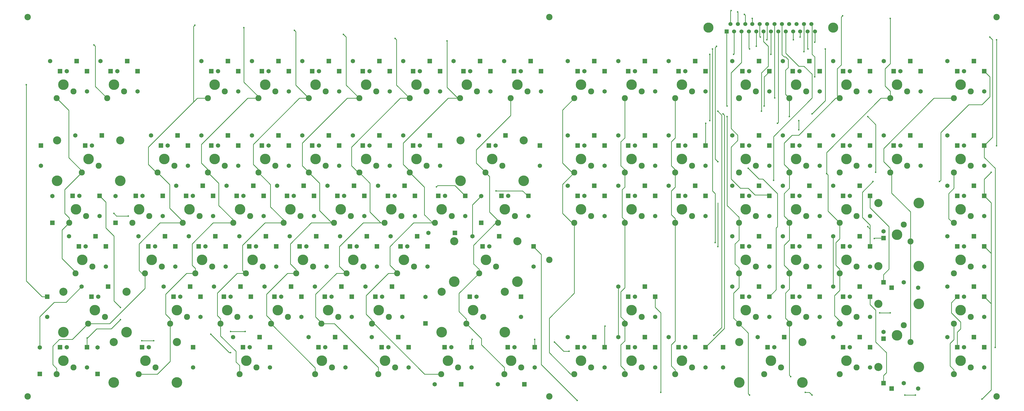
<source format=gtl>
G04 #@! TF.FileFunction,Copper,L1,Top,Signal*
%FSLAX46Y46*%
G04 Gerber Fmt 4.6, Leading zero omitted, Abs format (unit mm)*
G04 Created by KiCad (PCBNEW 4.0.7) date 12/14/17 04:12:44*
%MOMM*%
%LPD*%
G01*
G04 APERTURE LIST*
%ADD10C,0.100000*%
%ADD11C,2.286000*%
%ADD12C,3.987800*%
%ADD13C,1.651000*%
%ADD14R,1.651000X1.651000*%
%ADD15C,3.810000*%
%ADD16R,1.524000X1.524000*%
%ADD17C,1.524000*%
%ADD18C,4.000000*%
%ADD19C,3.050000*%
%ADD20C,2.400000*%
%ADD21C,0.600000*%
%ADD22C,0.250000*%
G04 APERTURE END LIST*
D10*
D11*
X309460000Y-138080000D03*
X315810000Y-135540000D03*
D12*
X312000000Y-133000000D03*
D13*
X320890000Y-135540000D03*
D14*
X320890000Y-127920000D03*
D13*
X313270000Y-127920000D03*
D14*
X310730000Y-127920000D03*
X317000000Y-124110000D03*
D13*
X307000000Y-124110000D03*
D15*
X306995000Y-7500000D03*
X260005000Y-7500000D03*
D16*
X266863000Y-8897000D03*
D17*
X269657000Y-8897000D03*
X272451000Y-8897000D03*
X275245000Y-8897000D03*
X278039000Y-8897000D03*
X280706000Y-8897000D03*
X283500000Y-8897000D03*
X286294000Y-8897000D03*
X289088000Y-8897000D03*
X291882000Y-8897000D03*
X294549000Y-8897000D03*
X297343000Y-8897000D03*
X300137000Y-8897000D03*
X268260000Y-6103000D03*
X271054000Y-6103000D03*
X273848000Y-6103000D03*
X276515000Y-6103000D03*
X279309000Y-6103000D03*
X282103000Y-6103000D03*
X284897000Y-6103000D03*
X287691000Y-6103000D03*
X290358000Y-6103000D03*
X293152000Y-6103000D03*
X295946000Y-6103000D03*
X298740000Y-6103000D03*
D11*
X71460000Y-34080000D03*
X77810000Y-31540000D03*
D12*
X74000000Y-29000000D03*
D13*
X82890000Y-31540000D03*
D14*
X82890000Y-23920000D03*
D13*
X75270000Y-23920000D03*
D14*
X72730000Y-23920000D03*
X79000000Y-20110000D03*
D13*
X69000000Y-20110000D03*
D11*
X90460000Y-34080000D03*
X96810000Y-31540000D03*
D12*
X93000000Y-29000000D03*
D13*
X101890000Y-31540000D03*
D14*
X101890000Y-23920000D03*
D13*
X94270000Y-23920000D03*
D14*
X91730000Y-23920000D03*
X98000000Y-20110000D03*
D13*
X88000000Y-20110000D03*
D11*
X109460000Y-34080000D03*
X115810000Y-31540000D03*
D12*
X112000000Y-29000000D03*
D13*
X120890000Y-31540000D03*
D14*
X120890000Y-23920000D03*
D13*
X113270000Y-23920000D03*
D14*
X110730000Y-23920000D03*
X117000000Y-20110000D03*
D13*
X107000000Y-20110000D03*
D11*
X128460000Y-34080000D03*
X134810000Y-31540000D03*
D12*
X131000000Y-29000000D03*
D13*
X139890000Y-31540000D03*
D14*
X139890000Y-23920000D03*
D13*
X132270000Y-23920000D03*
D14*
X129730000Y-23920000D03*
X136000000Y-20110000D03*
D13*
X126000000Y-20110000D03*
D11*
X147460000Y-34080000D03*
X153810000Y-31540000D03*
D12*
X150000000Y-29000000D03*
D13*
X158890000Y-31540000D03*
D14*
X158890000Y-23920000D03*
D13*
X151270000Y-23920000D03*
D14*
X148730000Y-23920000D03*
X155000000Y-20110000D03*
D13*
X145000000Y-20110000D03*
D11*
X166460000Y-34080000D03*
X172810000Y-31540000D03*
D12*
X169000000Y-29000000D03*
D13*
X177890000Y-31540000D03*
D14*
X177890000Y-23920000D03*
D13*
X170270000Y-23920000D03*
D14*
X167730000Y-23920000D03*
X174000000Y-20110000D03*
D13*
X164000000Y-20110000D03*
D11*
X185460000Y-34080000D03*
X191810000Y-31540000D03*
D12*
X188000000Y-29000000D03*
D13*
X196890000Y-31540000D03*
D14*
X196890000Y-23920000D03*
D13*
X189270000Y-23920000D03*
D14*
X186730000Y-23920000D03*
X193000000Y-20110000D03*
D13*
X183000000Y-20110000D03*
D11*
X109460000Y-62080000D03*
X115810000Y-59540000D03*
D12*
X112000000Y-57000000D03*
D13*
X120890000Y-59540000D03*
D14*
X120890000Y-51920000D03*
D13*
X113270000Y-51920000D03*
D14*
X110730000Y-51920000D03*
X117000000Y-48110000D03*
D13*
X107000000Y-48110000D03*
D11*
X52460000Y-62080000D03*
X58810000Y-59540000D03*
D12*
X55000000Y-57000000D03*
D13*
X63890000Y-59540000D03*
D14*
X63890000Y-51920000D03*
D13*
X56270000Y-51920000D03*
D14*
X53730000Y-51920000D03*
X60000000Y-48110000D03*
D13*
X50000000Y-48110000D03*
D11*
X71460000Y-62080000D03*
X77810000Y-59540000D03*
D12*
X74000000Y-57000000D03*
D13*
X82890000Y-59540000D03*
D14*
X82890000Y-51920000D03*
D13*
X75270000Y-51920000D03*
D14*
X72730000Y-51920000D03*
X79000000Y-48110000D03*
D13*
X69000000Y-48110000D03*
D11*
X90460000Y-62080000D03*
X96810000Y-59540000D03*
D12*
X93000000Y-57000000D03*
D13*
X101890000Y-59540000D03*
D14*
X101890000Y-51920000D03*
D13*
X94270000Y-51920000D03*
D14*
X91730000Y-51920000D03*
X98000000Y-48110000D03*
D13*
X88000000Y-48110000D03*
D11*
X175960000Y-62080000D03*
X182310000Y-59540000D03*
D12*
X178500000Y-57000000D03*
D13*
X196500000Y-59540000D03*
D14*
X196500000Y-51920000D03*
D13*
X179770000Y-51920000D03*
D14*
X177230000Y-51920000D03*
X183500000Y-48110000D03*
D13*
X173500000Y-48110000D03*
D18*
X190400000Y-65240000D03*
D19*
X190400000Y-50000000D03*
D18*
X166600000Y-65240000D03*
D19*
X166600000Y-50000000D03*
D11*
X95210000Y-119080000D03*
X101560000Y-116540000D03*
D12*
X97750000Y-114000000D03*
D13*
X106640000Y-116540000D03*
D14*
X106640000Y-108920000D03*
D13*
X99020000Y-108920000D03*
D14*
X96480000Y-108920000D03*
X102750000Y-105110000D03*
D13*
X92750000Y-105110000D03*
D11*
X209460000Y-81080000D03*
X215810000Y-78540000D03*
D12*
X212000000Y-76000000D03*
D13*
X220890000Y-78540000D03*
D14*
X220890000Y-70920000D03*
D13*
X213270000Y-70920000D03*
D14*
X210730000Y-70920000D03*
X217000000Y-67110000D03*
D13*
X207000000Y-67110000D03*
D11*
X228460000Y-138080000D03*
X234810000Y-135540000D03*
D12*
X231000000Y-133000000D03*
D13*
X239890000Y-135540000D03*
D14*
X239890000Y-127920000D03*
D13*
X232270000Y-127920000D03*
D14*
X229730000Y-127920000D03*
X236000000Y-124110000D03*
D13*
X226000000Y-124110000D03*
D11*
X228460000Y-81080000D03*
X234810000Y-78540000D03*
D12*
X231000000Y-76000000D03*
D13*
X239890000Y-78540000D03*
D14*
X239890000Y-70920000D03*
D13*
X232270000Y-70920000D03*
D14*
X229730000Y-70920000D03*
X236000000Y-67110000D03*
D13*
X226000000Y-67110000D03*
D11*
X173585000Y-100080000D03*
X179935000Y-97540000D03*
D12*
X176125000Y-95000000D03*
D13*
X194125000Y-97540000D03*
D14*
X194125000Y-89920000D03*
D13*
X177395000Y-89920000D03*
D14*
X174855000Y-89920000D03*
X181125000Y-86110000D03*
D13*
X171125000Y-86110000D03*
D18*
X188025000Y-103240000D03*
D19*
X188025000Y-88000000D03*
D18*
X164225000Y-103240000D03*
D19*
X164225000Y-88000000D03*
D11*
X147460000Y-62080000D03*
X153810000Y-59540000D03*
D12*
X150000000Y-57000000D03*
D13*
X158890000Y-59540000D03*
D14*
X158890000Y-51920000D03*
D13*
X151270000Y-51920000D03*
D14*
X148730000Y-51920000D03*
X155000000Y-48110000D03*
D13*
X145000000Y-48110000D03*
D11*
X133210000Y-119080000D03*
X139560000Y-116540000D03*
D12*
X135750000Y-114000000D03*
D13*
X144640000Y-116540000D03*
D14*
X144640000Y-108920000D03*
D13*
X137020000Y-108920000D03*
D14*
X134480000Y-108920000D03*
X140750000Y-105110000D03*
D13*
X130750000Y-105110000D03*
D11*
X47710000Y-100080000D03*
X54060000Y-97540000D03*
D12*
X50250000Y-95000000D03*
D13*
X59140000Y-97540000D03*
D14*
X59140000Y-89920000D03*
D13*
X51520000Y-89920000D03*
D14*
X48980000Y-89920000D03*
X55250000Y-86110000D03*
D13*
X45250000Y-86110000D03*
D11*
X228460000Y-62080000D03*
X234810000Y-59540000D03*
D12*
X231000000Y-57000000D03*
D13*
X239890000Y-59540000D03*
D14*
X239890000Y-51920000D03*
D13*
X232270000Y-51920000D03*
D14*
X229730000Y-51920000D03*
X236000000Y-48110000D03*
D13*
X226000000Y-48110000D03*
D11*
X80960000Y-81080000D03*
X87310000Y-78540000D03*
D12*
X83500000Y-76000000D03*
D13*
X92390000Y-78540000D03*
D14*
X92390000Y-70920000D03*
D13*
X84770000Y-70920000D03*
D14*
X82230000Y-70920000D03*
X88500000Y-67110000D03*
D13*
X78500000Y-67110000D03*
D11*
X209460000Y-62080000D03*
X215810000Y-59540000D03*
D12*
X212000000Y-57000000D03*
D13*
X220890000Y-59540000D03*
D14*
X220890000Y-51920000D03*
D13*
X213270000Y-51920000D03*
D14*
X210730000Y-51920000D03*
X217000000Y-48110000D03*
D13*
X207000000Y-48110000D03*
D11*
X66710000Y-100080000D03*
X73060000Y-97540000D03*
D12*
X69250000Y-95000000D03*
D13*
X78140000Y-97540000D03*
D14*
X78140000Y-89920000D03*
D13*
X70520000Y-89920000D03*
D14*
X67980000Y-89920000D03*
X74250000Y-86110000D03*
D13*
X64250000Y-86110000D03*
D11*
X85710000Y-100080000D03*
X92060000Y-97540000D03*
D12*
X88250000Y-95000000D03*
D13*
X97140000Y-97540000D03*
D14*
X97140000Y-89920000D03*
D13*
X89520000Y-89920000D03*
D14*
X86980000Y-89920000D03*
X93250000Y-86110000D03*
D13*
X83250000Y-86110000D03*
D11*
X104710000Y-100080000D03*
X111060000Y-97540000D03*
D12*
X107250000Y-95000000D03*
D13*
X116140000Y-97540000D03*
D14*
X116140000Y-89920000D03*
D13*
X108520000Y-89920000D03*
D14*
X105980000Y-89920000D03*
X112250000Y-86110000D03*
D13*
X102250000Y-86110000D03*
D11*
X209460000Y-138080000D03*
X215810000Y-135540000D03*
D12*
X212000000Y-133000000D03*
D13*
X220890000Y-135540000D03*
D14*
X220890000Y-127920000D03*
D13*
X213270000Y-127920000D03*
D14*
X210730000Y-127920000D03*
X217000000Y-124110000D03*
D13*
X207000000Y-124110000D03*
D11*
X137960000Y-81080000D03*
X144310000Y-78540000D03*
D12*
X140500000Y-76000000D03*
D13*
X149390000Y-78540000D03*
D14*
X149390000Y-70920000D03*
D13*
X141770000Y-70920000D03*
D14*
X139230000Y-70920000D03*
X145500000Y-67110000D03*
D13*
X135500000Y-67110000D03*
D11*
X76210000Y-119080000D03*
X82560000Y-116540000D03*
D12*
X78750000Y-114000000D03*
D13*
X87640000Y-116540000D03*
D14*
X87640000Y-108920000D03*
D13*
X80020000Y-108920000D03*
D14*
X77480000Y-108920000D03*
X83750000Y-105110000D03*
D13*
X73750000Y-105110000D03*
D11*
X128460000Y-62080000D03*
X134810000Y-59540000D03*
D12*
X131000000Y-57000000D03*
D13*
X139890000Y-59540000D03*
D14*
X139890000Y-51920000D03*
D13*
X132270000Y-51920000D03*
D14*
X129730000Y-51920000D03*
X136000000Y-48110000D03*
D13*
X126000000Y-48110000D03*
D11*
X57210000Y-119080000D03*
X63560000Y-116540000D03*
D12*
X59750000Y-114000000D03*
D13*
X68640000Y-116540000D03*
D14*
X68640000Y-108920000D03*
D13*
X61020000Y-108920000D03*
D14*
X58480000Y-108920000D03*
X64750000Y-105110000D03*
D13*
X54750000Y-105110000D03*
D11*
X99960000Y-81080000D03*
X106310000Y-78540000D03*
D12*
X102500000Y-76000000D03*
D13*
X111390000Y-78540000D03*
D14*
X111390000Y-70920000D03*
D13*
X103770000Y-70920000D03*
D14*
X101230000Y-70920000D03*
X107500000Y-67110000D03*
D13*
X97500000Y-67110000D03*
D11*
X118960000Y-81080000D03*
X125310000Y-78540000D03*
D12*
X121500000Y-76000000D03*
D13*
X130390000Y-78540000D03*
D14*
X130390000Y-70920000D03*
D13*
X122770000Y-70920000D03*
D14*
X120230000Y-70920000D03*
X126500000Y-67110000D03*
D13*
X116500000Y-67110000D03*
D11*
X247460000Y-81080000D03*
X253810000Y-78540000D03*
D12*
X250000000Y-76000000D03*
D13*
X258890000Y-78540000D03*
D14*
X258890000Y-70920000D03*
D13*
X251270000Y-70920000D03*
D14*
X248730000Y-70920000D03*
X255000000Y-67110000D03*
D13*
X245000000Y-67110000D03*
D11*
X247460000Y-62080000D03*
X253810000Y-59540000D03*
D12*
X250000000Y-57000000D03*
D13*
X258890000Y-59540000D03*
D14*
X258890000Y-51920000D03*
D13*
X251270000Y-51920000D03*
D14*
X248730000Y-51920000D03*
X255000000Y-48110000D03*
D13*
X245000000Y-48110000D03*
D11*
X247460000Y-34080000D03*
X253810000Y-31540000D03*
D12*
X250000000Y-29000000D03*
D13*
X258890000Y-31540000D03*
D14*
X258890000Y-23920000D03*
D13*
X251270000Y-23920000D03*
D14*
X248730000Y-23920000D03*
X255000000Y-20110000D03*
D13*
X245000000Y-20110000D03*
D11*
X114210000Y-119080000D03*
X120560000Y-116540000D03*
D12*
X116750000Y-114000000D03*
D13*
X125640000Y-116540000D03*
D14*
X125640000Y-108920000D03*
D13*
X118020000Y-108920000D03*
D14*
X115480000Y-108920000D03*
X121750000Y-105110000D03*
D13*
X111750000Y-105110000D03*
D11*
X209460000Y-34080000D03*
X215810000Y-31540000D03*
D12*
X212000000Y-29000000D03*
D13*
X220890000Y-31540000D03*
D14*
X220890000Y-23920000D03*
D13*
X213270000Y-23920000D03*
D14*
X210730000Y-23920000D03*
X217000000Y-20110000D03*
D13*
X207000000Y-20110000D03*
D11*
X142710000Y-100080000D03*
X149060000Y-97540000D03*
D12*
X145250000Y-95000000D03*
D13*
X154140000Y-97540000D03*
D14*
X154140000Y-89920000D03*
D13*
X146520000Y-89920000D03*
D14*
X143980000Y-89920000D03*
X150250000Y-86110000D03*
D13*
X140250000Y-86110000D03*
D11*
X247460000Y-138080000D03*
X253810000Y-135540000D03*
D12*
X250000000Y-133000000D03*
D13*
X258890000Y-135540000D03*
D14*
X258890000Y-127920000D03*
D13*
X251270000Y-127920000D03*
D14*
X248730000Y-127920000D03*
X255000000Y-124110000D03*
D13*
X245000000Y-124110000D03*
D11*
X111835000Y-138080000D03*
X118185000Y-135540000D03*
D12*
X114375000Y-133000000D03*
D13*
X123265000Y-135540000D03*
D14*
X123265000Y-127920000D03*
D13*
X115645000Y-127920000D03*
D14*
X113105000Y-127920000D03*
X119375000Y-124110000D03*
D13*
X109375000Y-124110000D03*
D11*
X83335000Y-138080000D03*
X89685000Y-135540000D03*
D12*
X85875000Y-133000000D03*
D13*
X94765000Y-135540000D03*
D14*
X94765000Y-127920000D03*
D13*
X87145000Y-127920000D03*
D14*
X84605000Y-127920000D03*
X90875000Y-124110000D03*
D13*
X80875000Y-124110000D03*
D11*
X135585000Y-138080000D03*
X141935000Y-135540000D03*
D12*
X138125000Y-133000000D03*
D13*
X147015000Y-135540000D03*
D14*
X147015000Y-127920000D03*
D13*
X139395000Y-127920000D03*
D14*
X136855000Y-127920000D03*
X143125000Y-124110000D03*
D13*
X133125000Y-124110000D03*
D11*
X228460000Y-34080000D03*
X234810000Y-31540000D03*
D12*
X231000000Y-29000000D03*
D13*
X239890000Y-31540000D03*
D14*
X239890000Y-23920000D03*
D13*
X232270000Y-23920000D03*
D14*
X229730000Y-23920000D03*
X236000000Y-20110000D03*
D13*
X226000000Y-20110000D03*
D11*
X123710000Y-100080000D03*
X130060000Y-97540000D03*
D12*
X126250000Y-95000000D03*
D13*
X135140000Y-97540000D03*
D14*
X135140000Y-89920000D03*
D13*
X127520000Y-89920000D03*
D14*
X124980000Y-89920000D03*
X131250000Y-86110000D03*
D13*
X121250000Y-86110000D03*
D11*
X61960000Y-81080000D03*
X68310000Y-78540000D03*
D12*
X64500000Y-76000000D03*
D13*
X73390000Y-78540000D03*
D14*
X73390000Y-70920000D03*
D13*
X65770000Y-70920000D03*
D14*
X63230000Y-70920000D03*
X69500000Y-67110000D03*
D13*
X59500000Y-67110000D03*
D11*
X228460000Y-119080000D03*
X234810000Y-116540000D03*
D12*
X231000000Y-114000000D03*
D13*
X239890000Y-116540000D03*
D14*
X239890000Y-108920000D03*
D13*
X232270000Y-108920000D03*
D14*
X229730000Y-108920000D03*
X236000000Y-105110000D03*
D13*
X226000000Y-105110000D03*
D11*
X352460000Y-34080000D03*
X358810000Y-31540000D03*
D12*
X355000000Y-29000000D03*
D13*
X363890000Y-31540000D03*
D14*
X363890000Y-23920000D03*
D13*
X356270000Y-23920000D03*
D14*
X353730000Y-23920000D03*
X360000000Y-20110000D03*
D13*
X350000000Y-20110000D03*
D11*
X352460000Y-62080000D03*
X358810000Y-59540000D03*
D12*
X355000000Y-57000000D03*
D13*
X363890000Y-59540000D03*
D14*
X363890000Y-51920000D03*
D13*
X356270000Y-51920000D03*
D14*
X353730000Y-51920000D03*
X360000000Y-48110000D03*
D13*
X350000000Y-48110000D03*
D11*
X352460000Y-81080000D03*
X358810000Y-78540000D03*
D12*
X355000000Y-76000000D03*
D13*
X363890000Y-78540000D03*
D14*
X363890000Y-70920000D03*
D13*
X356270000Y-70920000D03*
D14*
X353730000Y-70920000D03*
X360000000Y-67110000D03*
D13*
X350000000Y-67110000D03*
D11*
X352460000Y-100080000D03*
X358810000Y-97540000D03*
D12*
X355000000Y-95000000D03*
D13*
X363890000Y-97540000D03*
D14*
X363890000Y-89920000D03*
D13*
X356270000Y-89920000D03*
D14*
X353730000Y-89920000D03*
X360000000Y-86110000D03*
D13*
X350000000Y-86110000D03*
D11*
X352460000Y-119080000D03*
X358810000Y-116540000D03*
D12*
X355000000Y-114000000D03*
D13*
X363890000Y-116540000D03*
D14*
X363890000Y-108920000D03*
D13*
X356270000Y-108920000D03*
D14*
X353730000Y-108920000D03*
X360000000Y-105110000D03*
D13*
X350000000Y-105110000D03*
D11*
X352460000Y-138080000D03*
X358810000Y-135540000D03*
D12*
X355000000Y-133000000D03*
D13*
X363890000Y-135540000D03*
D14*
X363890000Y-127920000D03*
D13*
X356270000Y-127920000D03*
D14*
X353730000Y-127920000D03*
X360000000Y-124110000D03*
D13*
X350000000Y-124110000D03*
D11*
X14460000Y-34080000D03*
X20810000Y-31540000D03*
D12*
X17000000Y-29000000D03*
D13*
X25890000Y-31540000D03*
D14*
X25890000Y-23920000D03*
D13*
X18270000Y-23920000D03*
D14*
X15730000Y-23920000D03*
X22000000Y-20110000D03*
D13*
X12000000Y-20110000D03*
D11*
X33460000Y-34080000D03*
X39810000Y-31540000D03*
D12*
X36000000Y-29000000D03*
D13*
X44890000Y-31540000D03*
D14*
X44890000Y-23920000D03*
D13*
X37270000Y-23920000D03*
D14*
X34730000Y-23920000D03*
X41000000Y-20110000D03*
D13*
X31000000Y-20110000D03*
D11*
X23960000Y-62080000D03*
X30310000Y-59540000D03*
D12*
X26500000Y-57000000D03*
D13*
X8500000Y-59540000D03*
D14*
X8500000Y-51920000D03*
D13*
X27770000Y-51920000D03*
D14*
X25230000Y-51920000D03*
X31500000Y-48110000D03*
D13*
X21500000Y-48110000D03*
D18*
X38400000Y-65240000D03*
D19*
X38400000Y-50000000D03*
D18*
X14600000Y-65240000D03*
D19*
X14600000Y-50000000D03*
D11*
X21585000Y-100080000D03*
X27935000Y-97540000D03*
D12*
X24125000Y-95000000D03*
D13*
X33015000Y-97540000D03*
D14*
X33015000Y-89920000D03*
D13*
X25395000Y-89920000D03*
D14*
X22855000Y-89920000D03*
X29125000Y-86110000D03*
D13*
X19125000Y-86110000D03*
D11*
X26335000Y-119080000D03*
X32685000Y-116540000D03*
D12*
X28875000Y-114000000D03*
D13*
X10875000Y-116540000D03*
D14*
X10875000Y-108920000D03*
D13*
X30145000Y-108920000D03*
D14*
X27605000Y-108920000D03*
X33875000Y-105110000D03*
D13*
X23875000Y-105110000D03*
D18*
X40775000Y-122240000D03*
D19*
X40775000Y-107000000D03*
D18*
X16975000Y-122240000D03*
D19*
X16975000Y-107000000D03*
D11*
X280960000Y-138080000D03*
X287310000Y-135540000D03*
D12*
X283500000Y-133000000D03*
D13*
X265500000Y-135540000D03*
D14*
X265500000Y-127920000D03*
D13*
X284770000Y-127920000D03*
D14*
X282230000Y-127920000D03*
X288500000Y-124110000D03*
D13*
X278500000Y-124110000D03*
D18*
X295400000Y-141240000D03*
D19*
X295400000Y-126000000D03*
D18*
X271600000Y-141240000D03*
D19*
X271600000Y-126000000D03*
D11*
X271460000Y-119080000D03*
X277810000Y-116540000D03*
D12*
X274000000Y-114000000D03*
D13*
X282890000Y-116540000D03*
D14*
X282890000Y-108920000D03*
D13*
X275270000Y-108920000D03*
D14*
X272730000Y-108920000D03*
X279000000Y-105110000D03*
D13*
X269000000Y-105110000D03*
D11*
X290460000Y-119080000D03*
X296810000Y-116540000D03*
D12*
X293000000Y-114000000D03*
D13*
X301890000Y-116540000D03*
D14*
X301890000Y-108920000D03*
D13*
X294270000Y-108920000D03*
D14*
X291730000Y-108920000D03*
X298000000Y-105110000D03*
D13*
X288000000Y-105110000D03*
D11*
X309460000Y-119080000D03*
X315810000Y-116540000D03*
D12*
X312000000Y-114000000D03*
D13*
X320890000Y-116540000D03*
D14*
X320890000Y-108920000D03*
D13*
X313270000Y-108920000D03*
D14*
X310730000Y-108920000D03*
X317000000Y-105110000D03*
D13*
X307000000Y-105110000D03*
D11*
X271460000Y-100080000D03*
X277810000Y-97540000D03*
D12*
X274000000Y-95000000D03*
D13*
X282890000Y-97540000D03*
D14*
X282890000Y-89920000D03*
D13*
X275270000Y-89920000D03*
D14*
X272730000Y-89920000D03*
X279000000Y-86110000D03*
D13*
X269000000Y-86110000D03*
D11*
X290460000Y-100080000D03*
X296810000Y-97540000D03*
D12*
X293000000Y-95000000D03*
D13*
X301890000Y-97540000D03*
D14*
X301890000Y-89920000D03*
D13*
X294270000Y-89920000D03*
D14*
X291730000Y-89920000D03*
X298000000Y-86110000D03*
D13*
X288000000Y-86110000D03*
D11*
X309460000Y-100080000D03*
X315810000Y-97540000D03*
D12*
X312000000Y-95000000D03*
D13*
X320890000Y-97540000D03*
D14*
X320890000Y-89920000D03*
D13*
X313270000Y-89920000D03*
D14*
X310730000Y-89920000D03*
X317000000Y-86110000D03*
D13*
X307000000Y-86110000D03*
D11*
X271460000Y-81080000D03*
X277810000Y-78540000D03*
D12*
X274000000Y-76000000D03*
D13*
X282890000Y-78540000D03*
D14*
X282890000Y-70920000D03*
D13*
X275270000Y-70920000D03*
D14*
X272730000Y-70920000D03*
X279000000Y-67110000D03*
D13*
X269000000Y-67110000D03*
D11*
X290460000Y-81080000D03*
X296810000Y-78540000D03*
D12*
X293000000Y-76000000D03*
D13*
X301890000Y-78540000D03*
D14*
X301890000Y-70920000D03*
D13*
X294270000Y-70920000D03*
D14*
X291730000Y-70920000D03*
X298000000Y-67110000D03*
D13*
X288000000Y-67110000D03*
D11*
X309460000Y-81080000D03*
X315810000Y-78540000D03*
D12*
X312000000Y-76000000D03*
D13*
X320890000Y-78540000D03*
D14*
X320890000Y-70920000D03*
D13*
X313270000Y-70920000D03*
D14*
X310730000Y-70920000D03*
X317000000Y-67110000D03*
D13*
X307000000Y-67110000D03*
D11*
X290460000Y-62080000D03*
X296810000Y-59540000D03*
D12*
X293000000Y-57000000D03*
D13*
X301890000Y-59540000D03*
D14*
X301890000Y-51920000D03*
D13*
X294270000Y-51920000D03*
D14*
X291730000Y-51920000D03*
X298000000Y-48110000D03*
D13*
X288000000Y-48110000D03*
D11*
X271460000Y-62080000D03*
X277810000Y-59540000D03*
D12*
X274000000Y-57000000D03*
D13*
X282890000Y-59540000D03*
D14*
X282890000Y-51920000D03*
D13*
X275270000Y-51920000D03*
D14*
X272730000Y-51920000D03*
X279000000Y-48110000D03*
D13*
X269000000Y-48110000D03*
D11*
X328460000Y-62080000D03*
X334810000Y-59540000D03*
D12*
X331000000Y-57000000D03*
D13*
X339890000Y-59540000D03*
D14*
X339890000Y-51920000D03*
D13*
X332270000Y-51920000D03*
D14*
X329730000Y-51920000D03*
X336000000Y-48110000D03*
D13*
X326000000Y-48110000D03*
D11*
X309460000Y-62080000D03*
X315810000Y-59540000D03*
D12*
X312000000Y-57000000D03*
D13*
X320890000Y-59540000D03*
D14*
X320890000Y-51920000D03*
D13*
X313270000Y-51920000D03*
D14*
X310730000Y-51920000D03*
X317000000Y-48110000D03*
D13*
X307000000Y-48110000D03*
D11*
X271460000Y-34080000D03*
X277810000Y-31540000D03*
D12*
X274000000Y-29000000D03*
D13*
X282890000Y-31540000D03*
D14*
X282890000Y-23920000D03*
D13*
X275270000Y-23920000D03*
D14*
X272730000Y-23920000D03*
X279000000Y-20110000D03*
D13*
X269000000Y-20110000D03*
D11*
X290460000Y-34080000D03*
X296810000Y-31540000D03*
D12*
X293000000Y-29000000D03*
D13*
X301890000Y-31540000D03*
D14*
X301890000Y-23920000D03*
D13*
X294270000Y-23920000D03*
D14*
X291730000Y-23920000D03*
X298000000Y-20110000D03*
D13*
X288000000Y-20110000D03*
D11*
X309460000Y-34080000D03*
X315810000Y-31540000D03*
D12*
X312000000Y-29000000D03*
D13*
X320890000Y-31540000D03*
D14*
X320890000Y-23920000D03*
D13*
X313270000Y-23920000D03*
D14*
X310730000Y-23920000D03*
X317000000Y-20110000D03*
D13*
X307000000Y-20110000D03*
D11*
X328460000Y-34080000D03*
X334810000Y-31540000D03*
D12*
X331000000Y-29000000D03*
D13*
X339890000Y-31540000D03*
D14*
X339890000Y-23920000D03*
D13*
X332270000Y-23920000D03*
D14*
X329730000Y-23920000D03*
X336000000Y-20110000D03*
D13*
X326000000Y-20110000D03*
D20*
X3500000Y-3500000D03*
X3500000Y-146500000D03*
X368500000Y-3500000D03*
X368500000Y-146500000D03*
X200000000Y-3500000D03*
X200000000Y-95000000D03*
X200000000Y-146500000D03*
D11*
X19210000Y-81080000D03*
X25560000Y-78540000D03*
D12*
X21750000Y-76000000D03*
D13*
X30640000Y-78540000D03*
D14*
X30640000Y-70920000D03*
D13*
X23020000Y-70920000D03*
D14*
X20480000Y-70920000D03*
X12860000Y-81000000D03*
D13*
X12860000Y-71000000D03*
D11*
X14460000Y-138080000D03*
X20810000Y-135540000D03*
D12*
X17000000Y-133000000D03*
D13*
X25890000Y-135540000D03*
D14*
X25890000Y-127920000D03*
D13*
X18270000Y-127920000D03*
D14*
X15730000Y-127920000D03*
X8110000Y-138000000D03*
D13*
X8110000Y-128000000D03*
D11*
X42960000Y-81080000D03*
X49310000Y-78540000D03*
D12*
X45500000Y-76000000D03*
D13*
X54390000Y-78540000D03*
D14*
X54390000Y-70920000D03*
D13*
X46770000Y-70920000D03*
D14*
X44230000Y-70920000D03*
X36610000Y-81000000D03*
D13*
X36610000Y-71000000D03*
D11*
X45335000Y-138080000D03*
X51685000Y-135540000D03*
D12*
X47875000Y-133000000D03*
D13*
X65875000Y-135540000D03*
D14*
X65875000Y-127920000D03*
D13*
X49145000Y-127920000D03*
D14*
X46605000Y-127920000D03*
X29875000Y-138000000D03*
D13*
X29875000Y-128000000D03*
D18*
X59775000Y-141240000D03*
D19*
X59775000Y-126000000D03*
D18*
X35975000Y-141240000D03*
D19*
X35975000Y-126000000D03*
D11*
X168835000Y-119080000D03*
X175185000Y-116540000D03*
D12*
X171375000Y-114000000D03*
D13*
X189375000Y-116540000D03*
D14*
X189375000Y-108920000D03*
D13*
X172645000Y-108920000D03*
D14*
X170105000Y-108920000D03*
X153375000Y-119000000D03*
D13*
X153375000Y-109000000D03*
D18*
X183275000Y-122240000D03*
D19*
X183275000Y-107000000D03*
D18*
X159475000Y-122240000D03*
D19*
X159475000Y-107000000D03*
D11*
X159335000Y-138080000D03*
X165685000Y-135540000D03*
D12*
X161875000Y-133000000D03*
D13*
X170765000Y-135540000D03*
D14*
X170765000Y-127920000D03*
D13*
X163145000Y-127920000D03*
D14*
X160605000Y-127920000D03*
X166875000Y-141890000D03*
D13*
X156875000Y-141890000D03*
D11*
X183085000Y-138080000D03*
X189435000Y-135540000D03*
D12*
X185625000Y-133000000D03*
D13*
X194515000Y-135540000D03*
D14*
X194515000Y-127920000D03*
D13*
X186895000Y-127920000D03*
D14*
X184355000Y-127920000D03*
X190625000Y-141890000D03*
D13*
X180625000Y-141890000D03*
D11*
X180710000Y-81080000D03*
X187060000Y-78540000D03*
D12*
X183250000Y-76000000D03*
D13*
X192140000Y-78540000D03*
D14*
X192140000Y-70920000D03*
D13*
X184520000Y-70920000D03*
D14*
X181980000Y-70920000D03*
X174360000Y-81000000D03*
D13*
X174360000Y-71000000D03*
D11*
X156960000Y-81080000D03*
X163310000Y-78540000D03*
D12*
X159500000Y-76000000D03*
D13*
X168390000Y-78540000D03*
D14*
X168390000Y-70920000D03*
D13*
X160770000Y-70920000D03*
D14*
X158230000Y-70920000D03*
X164500000Y-84890000D03*
D13*
X154500000Y-84890000D03*
D11*
X336080000Y-88040000D03*
X333540000Y-81690000D03*
D12*
X331000000Y-85500000D03*
D13*
X333540000Y-103500000D03*
D14*
X325920000Y-103500000D03*
D13*
X325920000Y-84230000D03*
D14*
X325920000Y-86770000D03*
X329000000Y-105500000D03*
D13*
X339000000Y-105500000D03*
D18*
X339240000Y-73600000D03*
D19*
X324000000Y-73600000D03*
D18*
X339240000Y-97400000D03*
D19*
X324000000Y-97400000D03*
D11*
X336080000Y-126040000D03*
X333540000Y-119690000D03*
D12*
X331000000Y-123500000D03*
D13*
X333540000Y-141500000D03*
D14*
X325920000Y-141500000D03*
D13*
X325920000Y-122230000D03*
D14*
X325920000Y-124770000D03*
X329000000Y-143500000D03*
D13*
X339000000Y-143500000D03*
D18*
X339240000Y-111600000D03*
D19*
X324000000Y-111600000D03*
D18*
X339240000Y-135400000D03*
D19*
X324000000Y-135400000D03*
D21*
X281000000Y-37000000D03*
X267000000Y-37000000D03*
X294000000Y-46000000D03*
X294000000Y-42500000D03*
X260500000Y-42500000D03*
X260500000Y-17500000D03*
X269500000Y-17500000D03*
X275500000Y-15500000D03*
X261500000Y-15500000D03*
X262500000Y-88500000D03*
X347000000Y-65500000D03*
X322000000Y-65500000D03*
X320000000Y-82500000D03*
X275000000Y-60500000D03*
X263500000Y-58000000D03*
X263000000Y-14500000D03*
X278000000Y-14500000D03*
X262000000Y-123500000D03*
X263500000Y-39000000D03*
X280000000Y-39000000D03*
X283500000Y-17500000D03*
X259000000Y-43500000D03*
X286000000Y-43500000D03*
X284500000Y-65000000D03*
X180000000Y-69000000D03*
X157500000Y-67500000D03*
X366500000Y-62000000D03*
X368500000Y-52000000D03*
X368500000Y-12000000D03*
X292000000Y-12000000D03*
X363000000Y-147500000D03*
X210500000Y-148000000D03*
X366000000Y-11000000D03*
X294500000Y-11000000D03*
X242000000Y-145000000D03*
X296500000Y-145000000D03*
X299000000Y-146000000D03*
X334000000Y-146000000D03*
X338000000Y-146000000D03*
X368000000Y-128000000D03*
X3000000Y-29000000D03*
X265500000Y-40000000D03*
X299000000Y-40000000D03*
X304000000Y-15500000D03*
X297500000Y-15500000D03*
X38500000Y-113000000D03*
X38500000Y-117500000D03*
X85500000Y-122000000D03*
X80000000Y-122000000D03*
X51000000Y-125500000D03*
X46500000Y-125500000D03*
X26000000Y-124500000D03*
X221000000Y-120000000D03*
X194500000Y-125000000D03*
X171000000Y-125000000D03*
X28500000Y-14000000D03*
X300000000Y-13000000D03*
X41500000Y-78500000D03*
X36000000Y-77500000D03*
X66500000Y-6500000D03*
X268500000Y-1000000D03*
X85000000Y-7500000D03*
X271000000Y-1500000D03*
X104000000Y-8500000D03*
X273500000Y-2500000D03*
X122500000Y-10000000D03*
X276500000Y-4000000D03*
X142000000Y-11500000D03*
X279500000Y-11000000D03*
X161500000Y-12500000D03*
X282000000Y-12000000D03*
X285000000Y-34000000D03*
X323000000Y-62000000D03*
X320000000Y-41000000D03*
X290500000Y-41000000D03*
X267000000Y-41000000D03*
X275500000Y-146000000D03*
X310500000Y-3000000D03*
X291000000Y-139000000D03*
X328500000Y-4000000D03*
X304500000Y-62500000D03*
X328500000Y-115000000D03*
X324500000Y-115000000D03*
X296000000Y-16500000D03*
X322500000Y-87000000D03*
X300000000Y-26000000D03*
X207500000Y-129500000D03*
X202000000Y-126000000D03*
X80000000Y-130000000D03*
X72500000Y-123000000D03*
X263500000Y-90000000D03*
D22*
X266863000Y-8897000D02*
X266863000Y-36863000D01*
X281000000Y-26000000D02*
X282890000Y-24110000D01*
X281000000Y-37000000D02*
X281000000Y-26000000D01*
X266863000Y-36863000D02*
X267000000Y-37000000D01*
X282890000Y-24110000D02*
X282890000Y-23920000D01*
X269657000Y-8897000D02*
X269657000Y-17343000D01*
X294000000Y-42500000D02*
X294000000Y-46000000D01*
X260500000Y-17500000D02*
X260500000Y-42500000D01*
X269657000Y-17343000D02*
X269500000Y-17500000D01*
X272451000Y-8897000D02*
X272451000Y-20549000D01*
X277500000Y-70500000D02*
X282470000Y-70500000D01*
X275000000Y-68000000D02*
X277500000Y-70500000D01*
X272000000Y-68000000D02*
X275000000Y-68000000D01*
X268500000Y-64500000D02*
X272000000Y-68000000D01*
X268500000Y-52500000D02*
X268500000Y-64500000D01*
X271000000Y-50000000D02*
X268500000Y-52500000D01*
X271000000Y-48000000D02*
X271000000Y-50000000D01*
X268500000Y-45500000D02*
X271000000Y-48000000D01*
X268500000Y-24500000D02*
X268500000Y-45500000D01*
X272451000Y-20549000D02*
X268500000Y-24500000D01*
X282470000Y-70500000D02*
X282890000Y-70920000D01*
X325920000Y-103500000D02*
X325920000Y-100580000D01*
X325920000Y-100580000D02*
X328000000Y-98500000D01*
X328000000Y-98500000D02*
X328000000Y-82500000D01*
X328000000Y-82500000D02*
X320890000Y-75390000D01*
X320890000Y-75390000D02*
X320890000Y-70920000D01*
X275245000Y-15245000D02*
X275245000Y-8897000D01*
X275500000Y-15500000D02*
X275245000Y-15245000D01*
X261500000Y-69000000D02*
X261500000Y-15500000D01*
X262500000Y-70000000D02*
X261500000Y-69000000D01*
X262500000Y-88500000D02*
X262500000Y-70000000D01*
X320890000Y-83500000D02*
X320890000Y-81890000D01*
X366000000Y-26030000D02*
X363890000Y-23920000D01*
X366000000Y-33500000D02*
X366000000Y-26030000D01*
X363000000Y-36500000D02*
X366000000Y-33500000D01*
X358000000Y-36500000D02*
X363000000Y-36500000D01*
X347500000Y-47000000D02*
X358000000Y-36500000D01*
X347500000Y-65000000D02*
X347500000Y-47000000D01*
X347000000Y-65500000D02*
X347500000Y-65000000D01*
X318000000Y-69500000D02*
X322000000Y-65500000D01*
X318000000Y-79000000D02*
X318000000Y-69500000D01*
X320890000Y-81890000D02*
X318000000Y-79000000D01*
X320890000Y-83390000D02*
X320890000Y-83500000D01*
X320890000Y-83500000D02*
X320890000Y-89920000D01*
X320000000Y-82500000D02*
X320890000Y-83390000D01*
X278039000Y-8897000D02*
X278039000Y-14461000D01*
X285500000Y-106310000D02*
X282890000Y-108920000D01*
X285500000Y-83000000D02*
X285500000Y-106310000D01*
X286000000Y-82500000D02*
X285500000Y-83000000D01*
X286000000Y-70000000D02*
X286000000Y-82500000D01*
X280500000Y-64500000D02*
X286000000Y-70000000D01*
X279000000Y-64500000D02*
X280500000Y-64500000D01*
X275000000Y-60500000D02*
X279000000Y-64500000D01*
X262500000Y-57000000D02*
X263500000Y-58000000D01*
X262500000Y-15000000D02*
X262500000Y-57000000D01*
X263000000Y-14500000D02*
X262500000Y-15000000D01*
X278039000Y-14461000D02*
X278000000Y-14500000D01*
X325920000Y-141500000D02*
X325920000Y-138580000D01*
X325920000Y-138580000D02*
X327000000Y-137500000D01*
X327000000Y-137500000D02*
X327000000Y-130000000D01*
X327000000Y-130000000D02*
X323000000Y-126000000D01*
X323000000Y-126000000D02*
X323000000Y-114000000D01*
X323000000Y-114000000D02*
X320890000Y-111890000D01*
X320890000Y-111890000D02*
X320890000Y-108920000D01*
X280706000Y-8897000D02*
X280706000Y-12706000D01*
X265000000Y-120500000D02*
X262000000Y-123500000D01*
X265000000Y-40500000D02*
X265000000Y-120500000D01*
X263500000Y-39000000D02*
X265000000Y-40500000D01*
X280000000Y-24500000D02*
X280000000Y-39000000D01*
X282500000Y-22000000D02*
X280000000Y-24500000D01*
X282500000Y-14500000D02*
X282500000Y-22000000D01*
X280706000Y-12706000D02*
X282500000Y-14500000D01*
X283500000Y-17500000D02*
X283500000Y-8897000D01*
X286294000Y-8897000D02*
X286294000Y-43206000D01*
X258890000Y-43610000D02*
X258890000Y-51920000D01*
X259000000Y-43500000D02*
X258890000Y-43610000D01*
X286294000Y-43206000D02*
X286000000Y-43500000D01*
X289088000Y-8897000D02*
X289088000Y-17088000D01*
X284500000Y-48500000D02*
X284500000Y-65000000D01*
X299000000Y-34000000D02*
X284500000Y-48500000D01*
X299000000Y-25000000D02*
X299000000Y-34000000D01*
X296000000Y-22000000D02*
X299000000Y-25000000D01*
X294000000Y-22000000D02*
X296000000Y-22000000D01*
X289088000Y-17088000D02*
X294000000Y-22000000D01*
X190000000Y-69000000D02*
X191920000Y-70920000D01*
X180000000Y-69000000D02*
X190000000Y-69000000D01*
X191920000Y-70920000D02*
X192140000Y-70920000D01*
X164470000Y-67000000D02*
X168390000Y-70920000D01*
X158000000Y-67000000D02*
X164470000Y-67000000D01*
X157500000Y-67500000D02*
X158000000Y-67000000D01*
X291882000Y-8897000D02*
X291882000Y-11882000D01*
X363890000Y-64610000D02*
X363890000Y-70920000D01*
X366500000Y-62000000D02*
X363890000Y-64610000D01*
X368500000Y-12000000D02*
X368500000Y-52000000D01*
X291882000Y-11882000D02*
X292000000Y-12000000D01*
X366485000Y-92515000D02*
X366485000Y-73515000D01*
X366485000Y-73515000D02*
X363890000Y-70920000D01*
X366485000Y-111515000D02*
X366485000Y-92515000D01*
X366485000Y-92515000D02*
X363890000Y-89920000D01*
X194125000Y-89920000D02*
X194125000Y-90125000D01*
X194125000Y-90125000D02*
X197000000Y-93000000D01*
X366500000Y-111530000D02*
X366485000Y-111515000D01*
X366485000Y-111515000D02*
X363890000Y-108920000D01*
X366500000Y-144000000D02*
X366500000Y-111530000D01*
X363000000Y-147500000D02*
X366500000Y-144000000D01*
X197000000Y-134500000D02*
X210500000Y-148000000D01*
X197000000Y-93000000D02*
X197000000Y-134500000D01*
X294549000Y-8897000D02*
X294549000Y-10951000D01*
X367000000Y-48810000D02*
X363890000Y-51920000D01*
X367000000Y-12000000D02*
X367000000Y-48810000D01*
X366000000Y-11000000D02*
X367000000Y-12000000D01*
X294549000Y-10951000D02*
X294500000Y-11000000D01*
X239890000Y-112890000D02*
X239890000Y-108920000D01*
X242000000Y-115000000D02*
X239890000Y-112890000D01*
X242000000Y-145000000D02*
X242000000Y-115000000D01*
X298000000Y-145000000D02*
X296500000Y-145000000D01*
X299000000Y-146000000D02*
X298000000Y-145000000D01*
X338000000Y-146000000D02*
X334000000Y-146000000D01*
X363890000Y-51920000D02*
X363890000Y-56390000D01*
X368000000Y-60500000D02*
X368000000Y-128000000D01*
X363890000Y-56390000D02*
X368000000Y-60500000D01*
X10875000Y-108920000D02*
X8920000Y-108920000D01*
X3000000Y-103000000D02*
X3000000Y-29000000D01*
X8920000Y-108920000D02*
X3000000Y-103000000D01*
X297343000Y-8897000D02*
X297343000Y-15343000D01*
X266000000Y-120810000D02*
X258890000Y-127920000D01*
X266000000Y-40500000D02*
X266000000Y-120810000D01*
X265500000Y-40000000D02*
X266000000Y-40500000D01*
X304000000Y-35000000D02*
X299000000Y-40000000D01*
X304000000Y-15500000D02*
X304000000Y-35000000D01*
X297343000Y-15343000D02*
X297500000Y-15500000D01*
X25890000Y-127920000D02*
X25890000Y-124610000D01*
X25890000Y-124610000D02*
X29500000Y-121000000D01*
X33000000Y-73280000D02*
X30640000Y-70920000D01*
X33000000Y-83000000D02*
X33000000Y-73280000D01*
X36000000Y-86000000D02*
X33000000Y-83000000D01*
X36000000Y-110500000D02*
X36000000Y-86000000D01*
X38500000Y-113000000D02*
X36000000Y-110500000D01*
X35000000Y-121000000D02*
X38500000Y-117500000D01*
X29500000Y-121000000D02*
X35000000Y-121000000D01*
X85000000Y-122000000D02*
X85500000Y-122000000D01*
X80000000Y-122000000D02*
X85000000Y-122000000D01*
X46500000Y-125500000D02*
X51000000Y-125500000D01*
X25890000Y-124610000D02*
X26000000Y-124500000D01*
X220890000Y-120110000D02*
X220890000Y-127920000D01*
X221000000Y-120000000D02*
X220890000Y-120110000D01*
X194515000Y-125015000D02*
X194515000Y-127920000D01*
X194500000Y-125000000D02*
X194515000Y-125015000D01*
X170765000Y-125235000D02*
X170765000Y-127920000D01*
X171000000Y-125000000D02*
X170765000Y-125235000D01*
X300137000Y-8897000D02*
X300137000Y-12863000D01*
X29000000Y-29620000D02*
X33460000Y-34080000D01*
X29000000Y-14500000D02*
X29000000Y-29620000D01*
X28500000Y-14000000D02*
X29000000Y-14500000D01*
X300137000Y-12863000D02*
X300000000Y-13000000D01*
X23960000Y-62080000D02*
X23960000Y-61460000D01*
X23960000Y-61460000D02*
X19000000Y-56500000D01*
X19000000Y-38620000D02*
X14460000Y-34080000D01*
X19000000Y-56500000D02*
X19000000Y-38620000D01*
X19210000Y-81080000D02*
X19210000Y-79210000D01*
X17500000Y-68540000D02*
X23960000Y-62080000D01*
X17500000Y-77500000D02*
X17500000Y-68540000D01*
X19210000Y-79210000D02*
X17500000Y-77500000D01*
X37000000Y-78500000D02*
X41500000Y-78500000D01*
X36000000Y-77500000D02*
X37000000Y-78500000D01*
X21585000Y-100080000D02*
X21585000Y-99585000D01*
X21585000Y-99585000D02*
X16500000Y-94500000D01*
X16500000Y-94500000D02*
X16500000Y-83790000D01*
X16500000Y-83790000D02*
X19210000Y-81080000D01*
X268260000Y-6103000D02*
X268260000Y-1240000D01*
X66000000Y-7000000D02*
X66000000Y-35500000D01*
X66500000Y-6500000D02*
X66000000Y-7000000D01*
X268260000Y-1240000D02*
X268500000Y-1000000D01*
X52460000Y-62080000D02*
X52080000Y-62080000D01*
X52080000Y-62080000D02*
X49000000Y-59000000D01*
X67420000Y-34080000D02*
X71460000Y-34080000D01*
X49000000Y-52500000D02*
X66000000Y-35500000D01*
X66000000Y-35500000D02*
X67420000Y-34080000D01*
X49000000Y-59000000D02*
X49000000Y-52500000D01*
X61960000Y-81080000D02*
X61960000Y-80460000D01*
X61960000Y-80460000D02*
X57000000Y-75500000D01*
X57000000Y-66620000D02*
X52460000Y-62080000D01*
X57000000Y-75500000D02*
X57000000Y-66620000D01*
X47710000Y-100080000D02*
X46580000Y-100080000D01*
X46580000Y-100080000D02*
X45500000Y-99000000D01*
X53420000Y-81080000D02*
X61960000Y-81080000D01*
X45500000Y-89000000D02*
X53420000Y-81080000D01*
X45500000Y-99000000D02*
X45500000Y-89000000D01*
X26335000Y-119080000D02*
X34420000Y-119080000D01*
X47710000Y-105790000D02*
X47710000Y-100080000D01*
X34420000Y-119080000D02*
X47710000Y-105790000D01*
X14460000Y-138080000D02*
X14460000Y-135960000D01*
X20415000Y-125000000D02*
X26335000Y-119080000D01*
X15500000Y-125000000D02*
X20415000Y-125000000D01*
X13000000Y-127500000D02*
X15500000Y-125000000D01*
X13000000Y-134500000D02*
X13000000Y-127500000D01*
X14460000Y-135960000D02*
X13000000Y-134500000D01*
X271054000Y-6103000D02*
X271054000Y-1554000D01*
X85000000Y-28000000D02*
X90460000Y-33460000D01*
X85000000Y-7500000D02*
X85000000Y-28000000D01*
X271054000Y-1554000D02*
X271000000Y-1500000D01*
X90460000Y-33460000D02*
X90460000Y-34080000D01*
X71460000Y-62080000D02*
X71460000Y-60960000D01*
X71460000Y-60960000D02*
X69000000Y-58500000D01*
X86420000Y-34080000D02*
X90460000Y-34080000D01*
X69000000Y-51500000D02*
X86420000Y-34080000D01*
X69000000Y-58500000D02*
X69000000Y-51500000D01*
X80960000Y-81080000D02*
X80960000Y-79960000D01*
X80960000Y-79960000D02*
X75500000Y-74500000D01*
X75500000Y-66120000D02*
X71460000Y-62080000D01*
X75500000Y-74500000D02*
X75500000Y-66120000D01*
X66710000Y-100080000D02*
X66710000Y-98210000D01*
X73420000Y-81080000D02*
X80960000Y-81080000D01*
X65500000Y-89000000D02*
X73420000Y-81080000D01*
X65500000Y-97000000D02*
X65500000Y-89000000D01*
X66710000Y-98210000D02*
X65500000Y-97000000D01*
X57210000Y-119080000D02*
X57210000Y-117210000D01*
X63420000Y-100080000D02*
X66710000Y-100080000D01*
X55500000Y-108000000D02*
X63420000Y-100080000D01*
X55500000Y-115500000D02*
X55500000Y-108000000D01*
X57210000Y-117210000D02*
X55500000Y-115500000D01*
X45335000Y-138080000D02*
X52420000Y-138080000D01*
X57210000Y-133290000D02*
X57210000Y-119080000D01*
X52420000Y-138080000D02*
X57210000Y-133290000D01*
X273848000Y-6103000D02*
X273848000Y-2848000D01*
X104500000Y-29120000D02*
X109460000Y-34080000D01*
X104500000Y-9000000D02*
X104500000Y-29120000D01*
X104000000Y-8500000D02*
X104500000Y-9000000D01*
X273848000Y-2848000D02*
X273500000Y-2500000D01*
X90460000Y-62080000D02*
X90460000Y-60960000D01*
X90460000Y-60960000D02*
X88500000Y-59000000D01*
X105920000Y-34080000D02*
X109460000Y-34080000D01*
X88500000Y-51500000D02*
X105920000Y-34080000D01*
X88500000Y-59000000D02*
X88500000Y-51500000D01*
X99960000Y-81080000D02*
X99960000Y-79960000D01*
X99960000Y-79960000D02*
X95000000Y-75000000D01*
X95000000Y-66620000D02*
X90460000Y-62080000D01*
X95000000Y-75000000D02*
X95000000Y-66620000D01*
X85710000Y-100080000D02*
X85580000Y-100080000D01*
X85580000Y-100080000D02*
X84500000Y-99000000D01*
X92920000Y-81080000D02*
X99960000Y-81080000D01*
X84500000Y-89500000D02*
X92920000Y-81080000D01*
X84500000Y-99000000D02*
X84500000Y-89500000D01*
X76210000Y-119080000D02*
X76210000Y-117210000D01*
X82420000Y-100080000D02*
X85710000Y-100080000D01*
X75000000Y-107500000D02*
X82420000Y-100080000D01*
X75000000Y-116000000D02*
X75000000Y-107500000D01*
X76210000Y-117210000D02*
X75000000Y-116000000D01*
X83335000Y-138080000D02*
X83335000Y-134835000D01*
X76210000Y-123710000D02*
X76210000Y-119080000D01*
X82000000Y-129500000D02*
X76210000Y-123710000D01*
X82000000Y-133500000D02*
X82000000Y-129500000D01*
X83335000Y-134835000D02*
X82000000Y-133500000D01*
X276515000Y-6103000D02*
X276515000Y-4015000D01*
X123500000Y-29120000D02*
X128460000Y-34080000D01*
X123500000Y-11000000D02*
X123500000Y-29120000D01*
X122500000Y-10000000D02*
X123500000Y-11000000D01*
X276515000Y-4015000D02*
X276500000Y-4000000D01*
X109460000Y-62080000D02*
X109460000Y-61960000D01*
X109460000Y-61960000D02*
X107000000Y-59500000D01*
X123920000Y-34080000D02*
X128460000Y-34080000D01*
X107000000Y-51000000D02*
X123920000Y-34080000D01*
X107000000Y-59500000D02*
X107000000Y-51000000D01*
X118960000Y-81080000D02*
X118080000Y-81080000D01*
X118080000Y-81080000D02*
X113500000Y-76500000D01*
X113500000Y-66120000D02*
X109460000Y-62080000D01*
X113500000Y-76500000D02*
X113500000Y-66120000D01*
X104710000Y-100080000D02*
X104710000Y-98710000D01*
X110420000Y-81080000D02*
X118960000Y-81080000D01*
X102500000Y-89000000D02*
X110420000Y-81080000D01*
X102500000Y-96500000D02*
X102500000Y-89000000D01*
X104710000Y-98710000D02*
X102500000Y-96500000D01*
X95210000Y-119080000D02*
X95210000Y-117710000D01*
X101420000Y-100080000D02*
X104710000Y-100080000D01*
X93500000Y-108000000D02*
X101420000Y-100080000D01*
X93500000Y-116000000D02*
X93500000Y-108000000D01*
X95210000Y-117710000D02*
X93500000Y-116000000D01*
X111835000Y-138080000D02*
X111835000Y-135705000D01*
X111835000Y-135705000D02*
X95210000Y-119080000D01*
X279309000Y-6103000D02*
X279309000Y-10809000D01*
X142500000Y-29120000D02*
X147460000Y-34080000D01*
X142500000Y-12000000D02*
X142500000Y-29120000D01*
X142000000Y-11500000D02*
X142500000Y-12000000D01*
X279309000Y-10809000D02*
X279500000Y-11000000D01*
X128460000Y-62080000D02*
X128080000Y-62080000D01*
X128080000Y-62080000D02*
X125500000Y-59500000D01*
X143920000Y-34080000D02*
X147460000Y-34080000D01*
X125500000Y-52500000D02*
X143920000Y-34080000D01*
X125500000Y-59500000D02*
X125500000Y-52500000D01*
X137960000Y-81080000D02*
X136580000Y-81080000D01*
X132500000Y-66120000D02*
X128460000Y-62080000D01*
X132500000Y-77000000D02*
X132500000Y-66120000D01*
X136580000Y-81080000D02*
X132500000Y-77000000D01*
X123710000Y-100080000D02*
X123580000Y-100080000D01*
X123580000Y-100080000D02*
X121000000Y-97500000D01*
X129920000Y-81080000D02*
X137960000Y-81080000D01*
X121000000Y-90000000D02*
X129920000Y-81080000D01*
X121000000Y-97500000D02*
X121000000Y-90000000D01*
X114210000Y-119080000D02*
X114210000Y-118710000D01*
X114210000Y-118710000D02*
X112000000Y-116500000D01*
X119920000Y-100080000D02*
X123710000Y-100080000D01*
X112000000Y-108000000D02*
X119920000Y-100080000D01*
X112000000Y-116500000D02*
X112000000Y-108000000D01*
X135585000Y-138080000D02*
X135585000Y-135585000D01*
X119080000Y-119080000D02*
X114210000Y-119080000D01*
X135585000Y-135585000D02*
X119080000Y-119080000D01*
X282103000Y-6103000D02*
X282103000Y-11897000D01*
X161500000Y-30000000D02*
X165580000Y-34080000D01*
X161500000Y-12500000D02*
X161500000Y-30000000D01*
X282103000Y-11897000D02*
X282000000Y-12000000D01*
X165580000Y-34080000D02*
X166460000Y-34080000D01*
X147460000Y-62080000D02*
X147460000Y-61460000D01*
X147460000Y-61460000D02*
X145000000Y-59000000D01*
X161920000Y-34080000D02*
X166460000Y-34080000D01*
X145000000Y-51000000D02*
X161920000Y-34080000D01*
X145000000Y-59000000D02*
X145000000Y-51000000D01*
X156960000Y-81080000D02*
X156080000Y-81080000D01*
X156080000Y-81080000D02*
X153000000Y-78000000D01*
X153000000Y-67620000D02*
X147460000Y-62080000D01*
X153000000Y-78000000D02*
X153000000Y-67620000D01*
X142710000Y-100080000D02*
X142710000Y-99710000D01*
X142710000Y-99710000D02*
X140000000Y-97000000D01*
X148920000Y-81080000D02*
X156960000Y-81080000D01*
X140000000Y-90000000D02*
X148920000Y-81080000D01*
X140000000Y-97000000D02*
X140000000Y-90000000D01*
X133210000Y-119080000D02*
X133210000Y-117710000D01*
X139420000Y-100080000D02*
X142710000Y-100080000D01*
X131000000Y-108500000D02*
X139420000Y-100080000D01*
X131000000Y-115500000D02*
X131000000Y-108500000D01*
X133210000Y-117710000D02*
X131000000Y-115500000D01*
X159335000Y-138080000D02*
X153080000Y-138080000D01*
X153080000Y-138080000D02*
X134080000Y-119080000D01*
X134080000Y-119080000D02*
X133210000Y-119080000D01*
X284897000Y-6103000D02*
X284897000Y-33897000D01*
X284897000Y-33897000D02*
X285000000Y-34000000D01*
X328460000Y-62080000D02*
X328460000Y-60460000D01*
X328460000Y-60460000D02*
X326000000Y-58000000D01*
X326000000Y-58000000D02*
X326000000Y-53000000D01*
X326000000Y-53000000D02*
X344920000Y-34080000D01*
X344920000Y-34080000D02*
X352460000Y-34080000D01*
X336080000Y-88040000D02*
X336080000Y-76920000D01*
X329000000Y-69840000D02*
X329000000Y-62620000D01*
X336080000Y-76920000D02*
X329000000Y-69840000D01*
X329000000Y-62620000D02*
X328460000Y-62080000D01*
X336080000Y-126040000D02*
X336080000Y-88040000D01*
X175960000Y-62080000D02*
X175960000Y-61960000D01*
X175960000Y-61960000D02*
X172500000Y-58500000D01*
X185460000Y-40540000D02*
X185460000Y-34080000D01*
X172500000Y-53500000D02*
X185460000Y-40540000D01*
X172500000Y-58500000D02*
X172500000Y-53500000D01*
X180710000Y-81080000D02*
X180710000Y-80210000D01*
X180710000Y-80210000D02*
X177500000Y-77000000D01*
X177500000Y-63620000D02*
X175960000Y-62080000D01*
X177500000Y-77000000D02*
X177500000Y-63620000D01*
X173585000Y-100080000D02*
X173585000Y-98585000D01*
X171500000Y-89500000D02*
X179920000Y-81080000D01*
X171500000Y-96500000D02*
X171500000Y-89500000D01*
X173585000Y-98585000D02*
X171500000Y-96500000D01*
X179920000Y-81080000D02*
X180710000Y-81080000D01*
X168835000Y-119080000D02*
X168835000Y-117335000D01*
X166000000Y-107665000D02*
X173585000Y-100080000D01*
X166000000Y-114500000D02*
X166000000Y-107665000D01*
X168835000Y-117335000D02*
X166000000Y-114500000D01*
X183085000Y-138080000D02*
X183085000Y-135585000D01*
X174500000Y-124745000D02*
X168835000Y-119080000D01*
X174500000Y-127000000D02*
X174500000Y-124745000D01*
X183085000Y-135585000D02*
X174500000Y-127000000D01*
X287691000Y-6103000D02*
X287691000Y-17691000D01*
X289000000Y-32620000D02*
X290460000Y-34080000D01*
X289000000Y-23500000D02*
X289000000Y-32620000D01*
X290000000Y-22500000D02*
X289000000Y-23500000D01*
X290000000Y-19500000D02*
X290000000Y-22500000D01*
X289000000Y-18500000D02*
X290000000Y-19500000D01*
X288500000Y-18500000D02*
X289000000Y-18500000D01*
X287691000Y-17691000D02*
X288500000Y-18500000D01*
X323000000Y-44000000D02*
X323000000Y-62000000D01*
X320000000Y-41000000D02*
X323000000Y-44000000D01*
X352460000Y-81080000D02*
X352080000Y-81080000D01*
X352080000Y-81080000D02*
X350500000Y-79500000D01*
X350500000Y-79500000D02*
X350500000Y-70000000D01*
X350500000Y-70000000D02*
X352460000Y-68040000D01*
X352460000Y-68040000D02*
X352460000Y-62080000D01*
X271460000Y-81080000D02*
X271460000Y-78960000D01*
X290460000Y-40960000D02*
X290460000Y-34080000D01*
X290500000Y-41000000D02*
X290460000Y-40960000D01*
X267000000Y-74500000D02*
X267000000Y-41000000D01*
X271460000Y-78960000D02*
X267000000Y-74500000D01*
X271460000Y-100080000D02*
X271460000Y-97960000D01*
X271460000Y-87540000D02*
X271460000Y-81080000D01*
X270000000Y-89000000D02*
X271460000Y-87540000D01*
X270000000Y-96500000D02*
X270000000Y-89000000D01*
X271460000Y-97960000D02*
X270000000Y-96500000D01*
X271460000Y-119080000D02*
X271460000Y-118960000D01*
X271460000Y-118960000D02*
X269500000Y-117000000D01*
X271460000Y-105540000D02*
X271460000Y-100080000D01*
X269500000Y-107500000D02*
X271460000Y-105540000D01*
X269500000Y-117000000D02*
X269500000Y-107500000D01*
X275000000Y-122620000D02*
X271460000Y-119080000D01*
X275000000Y-145500000D02*
X275000000Y-122620000D01*
X275500000Y-146000000D02*
X275000000Y-145500000D01*
X209460000Y-62080000D02*
X208580000Y-62080000D01*
X208580000Y-62080000D02*
X205000000Y-58500000D01*
X205000000Y-38540000D02*
X209460000Y-34080000D01*
X205000000Y-58500000D02*
X205000000Y-38540000D01*
X209460000Y-81080000D02*
X208580000Y-81080000D01*
X208580000Y-81080000D02*
X205000000Y-77500000D01*
X205000000Y-66540000D02*
X209460000Y-62080000D01*
X205000000Y-77500000D02*
X205000000Y-66540000D01*
X209460000Y-138080000D02*
X208080000Y-138080000D01*
X209460000Y-107540000D02*
X209460000Y-81080000D01*
X200000000Y-117000000D02*
X209460000Y-107540000D01*
X200000000Y-130000000D02*
X200000000Y-117000000D01*
X208080000Y-138080000D02*
X200000000Y-130000000D01*
X310500000Y-3000000D02*
X310000000Y-3500000D01*
X310000000Y-3500000D02*
X310000000Y-21500000D01*
X310000000Y-21500000D02*
X308500000Y-23000000D01*
X308500000Y-23000000D02*
X308500000Y-33120000D01*
X308500000Y-33120000D02*
X309460000Y-34080000D01*
X290460000Y-62080000D02*
X290460000Y-60960000D01*
X290460000Y-60960000D02*
X288500000Y-59000000D01*
X307920000Y-34080000D02*
X309460000Y-34080000D01*
X294000000Y-48000000D02*
X307920000Y-34080000D01*
X291500000Y-48000000D02*
X294000000Y-48000000D01*
X288500000Y-51000000D02*
X291500000Y-48000000D01*
X288500000Y-59000000D02*
X288500000Y-51000000D01*
X290460000Y-81080000D02*
X290460000Y-80460000D01*
X290460000Y-80460000D02*
X288500000Y-78500000D01*
X290460000Y-68040000D02*
X290460000Y-62080000D01*
X288500000Y-70000000D02*
X290460000Y-68040000D01*
X288500000Y-78500000D02*
X288500000Y-70000000D01*
X290460000Y-100080000D02*
X290460000Y-98960000D01*
X290460000Y-98960000D02*
X288500000Y-97000000D01*
X290460000Y-87540000D02*
X290460000Y-81080000D01*
X288500000Y-89500000D02*
X290460000Y-87540000D01*
X288500000Y-97000000D02*
X288500000Y-89500000D01*
X290460000Y-119080000D02*
X290460000Y-118460000D01*
X290460000Y-118460000D02*
X289000000Y-117000000D01*
X290460000Y-106040000D02*
X290460000Y-100080000D01*
X289000000Y-107500000D02*
X290460000Y-106040000D01*
X289000000Y-117000000D02*
X289000000Y-107500000D01*
X290460000Y-138460000D02*
X290460000Y-119080000D01*
X291000000Y-139000000D02*
X290460000Y-138460000D01*
X228460000Y-62080000D02*
X228460000Y-60960000D01*
X228460000Y-60960000D02*
X227000000Y-59500000D01*
X228460000Y-49040000D02*
X228460000Y-34080000D01*
X227000000Y-50500000D02*
X228460000Y-49040000D01*
X227000000Y-59500000D02*
X227000000Y-50500000D01*
X228460000Y-81080000D02*
X228460000Y-79960000D01*
X228460000Y-79960000D02*
X227500000Y-79000000D01*
X228460000Y-67540000D02*
X228460000Y-62080000D01*
X227500000Y-68500000D02*
X228460000Y-67540000D01*
X227500000Y-79000000D02*
X227500000Y-68500000D01*
X228460000Y-119080000D02*
X228460000Y-117960000D01*
X228460000Y-117960000D02*
X227000000Y-116500000D01*
X228460000Y-105540000D02*
X228460000Y-81080000D01*
X227000000Y-107000000D02*
X228460000Y-105540000D01*
X227000000Y-116500000D02*
X227000000Y-107000000D01*
X228460000Y-138080000D02*
X228460000Y-136460000D01*
X228460000Y-125540000D02*
X228460000Y-119080000D01*
X227000000Y-127000000D02*
X228460000Y-125540000D01*
X227000000Y-135000000D02*
X227000000Y-127000000D01*
X228460000Y-136460000D02*
X227000000Y-135000000D01*
X328500000Y-4000000D02*
X328500000Y-21000000D01*
X328500000Y-21000000D02*
X326500000Y-23000000D01*
X326500000Y-23000000D02*
X326500000Y-29500000D01*
X326500000Y-29500000D02*
X328460000Y-31460000D01*
X328460000Y-31460000D02*
X328460000Y-34080000D01*
X304500000Y-62500000D02*
X304500000Y-54500000D01*
X324920000Y-34080000D02*
X328460000Y-34080000D01*
X304500000Y-54500000D02*
X324920000Y-34080000D01*
X305000000Y-76620000D02*
X309460000Y-81080000D01*
X305000000Y-63000000D02*
X305000000Y-76620000D01*
X304500000Y-62500000D02*
X305000000Y-63000000D01*
X324500000Y-115000000D02*
X328500000Y-115000000D01*
X309460000Y-100080000D02*
X309460000Y-98460000D01*
X309460000Y-98460000D02*
X308000000Y-97000000D01*
X308000000Y-97000000D02*
X308000000Y-88500000D01*
X308000000Y-88500000D02*
X309460000Y-87040000D01*
X309460000Y-87040000D02*
X309460000Y-81080000D01*
X309460000Y-119080000D02*
X309460000Y-117960000D01*
X309460000Y-117960000D02*
X307500000Y-116000000D01*
X307500000Y-116000000D02*
X307500000Y-108500000D01*
X307500000Y-108500000D02*
X309460000Y-106540000D01*
X309460000Y-106540000D02*
X309460000Y-100080000D01*
X352460000Y-138080000D02*
X352460000Y-136460000D01*
X352460000Y-125040000D02*
X352460000Y-119080000D01*
X351000000Y-126500000D02*
X352460000Y-125040000D01*
X351000000Y-135000000D02*
X351000000Y-126500000D01*
X352460000Y-136460000D02*
X351000000Y-135000000D01*
X247460000Y-62080000D02*
X247460000Y-60960000D01*
X247460000Y-60960000D02*
X246000000Y-59500000D01*
X247460000Y-49040000D02*
X247460000Y-34080000D01*
X246000000Y-50500000D02*
X247460000Y-49040000D01*
X246000000Y-59500000D02*
X246000000Y-50500000D01*
X247460000Y-81080000D02*
X247460000Y-79460000D01*
X247460000Y-67540000D02*
X247460000Y-62080000D01*
X246000000Y-69000000D02*
X247460000Y-67540000D01*
X246000000Y-78000000D02*
X246000000Y-69000000D01*
X247460000Y-79460000D02*
X246000000Y-78000000D01*
X247460000Y-138080000D02*
X247460000Y-136460000D01*
X247460000Y-125540000D02*
X247460000Y-81080000D01*
X246000000Y-127000000D02*
X247460000Y-125540000D01*
X246000000Y-135000000D02*
X246000000Y-127000000D01*
X247460000Y-136460000D02*
X246000000Y-135000000D01*
X226000000Y-124110000D02*
X226000000Y-105110000D01*
X171125000Y-86110000D02*
X171125000Y-74235000D01*
X171125000Y-74235000D02*
X174360000Y-71000000D01*
X307000000Y-105110000D02*
X307000000Y-86110000D01*
X8110000Y-128000000D02*
X8110000Y-116390000D01*
X17985000Y-111000000D02*
X23875000Y-105110000D01*
X13500000Y-111000000D02*
X17985000Y-111000000D01*
X8110000Y-116390000D02*
X13500000Y-111000000D01*
X295946000Y-6103000D02*
X295946000Y-16446000D01*
X295946000Y-16446000D02*
X296000000Y-16500000D01*
X322730000Y-86770000D02*
X325920000Y-86770000D01*
X322500000Y-87000000D02*
X322730000Y-86770000D01*
X353730000Y-127920000D02*
X353730000Y-122270000D01*
X351500000Y-111150000D02*
X353730000Y-108920000D01*
X351500000Y-115000000D02*
X351500000Y-111150000D01*
X355000000Y-118500000D02*
X351500000Y-115000000D01*
X355000000Y-121000000D02*
X355000000Y-118500000D01*
X353730000Y-122270000D02*
X355000000Y-121000000D01*
X299000000Y-6363000D02*
X299000000Y-17500000D01*
X300000000Y-18500000D02*
X299000000Y-17500000D01*
X300000000Y-18500000D02*
X300000000Y-26000000D01*
X299000000Y-6363000D02*
X298740000Y-6103000D01*
X205500000Y-129500000D02*
X207500000Y-129500000D01*
X202000000Y-126000000D02*
X205500000Y-129500000D01*
X79500000Y-130000000D02*
X80000000Y-130000000D01*
X72500000Y-123000000D02*
X79500000Y-130000000D01*
X272730000Y-89920000D02*
X272730000Y-90230000D01*
X263500000Y-90000000D02*
X263500000Y-73500000D01*
M02*

</source>
